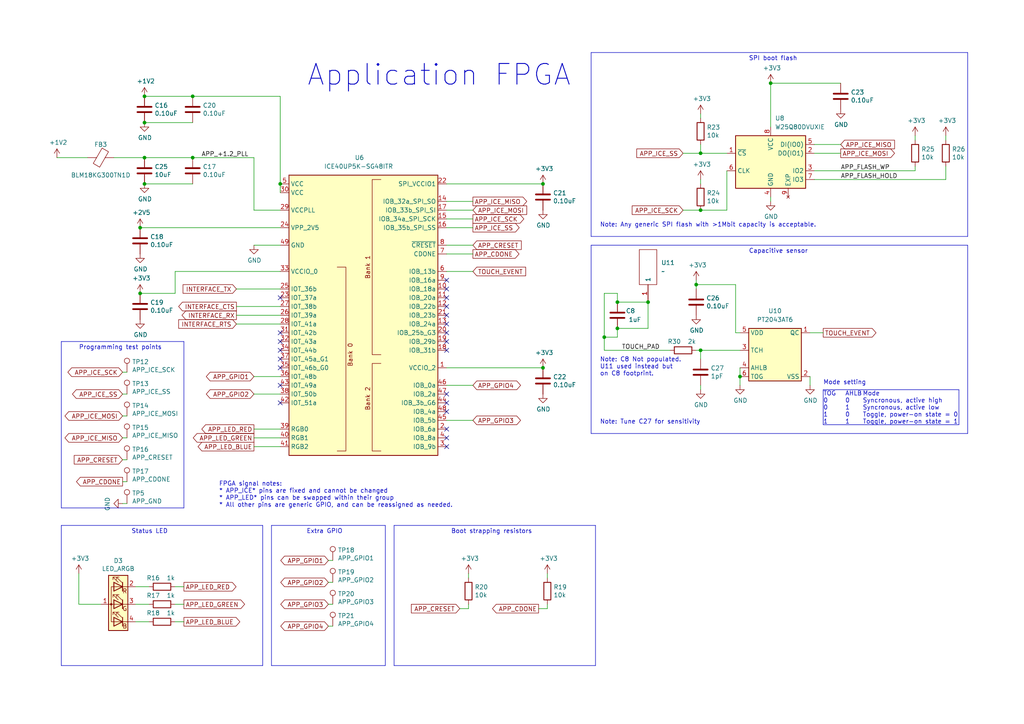
<source format=kicad_sch>
(kicad_sch (version 20230121) (generator eeschema)
  (paper "A4")
  (title_block (title "TK-1") (date "2021-11-14") (rev "V1") (company "Tillitis AB") (comment 1 "2022"))
  (lib_symbols
    (symbol "Connector:TestPoint" (pin_numbers hide) (pin_names (offset 0.762) hide)
      (property "Reference" "TP" (at 0 6.858 0))
      (property "Value" "TestPoint" (at 0 5.08 0))
      (symbol "TestPoint_0_1"
        (circle (center 0 3.302) (radius 0.762))
      )
      (symbol "TestPoint_1_1"
        (pin passive line (at 0 0 90) (length 2.54) (name "1") (number "1"))
      )
    )
    (symbol "Device:C" (pin_numbers hide) (pin_names (offset 0.254))
      (property "Reference" "C" (at 0.635 2.54 0))
      (property "Value" "C" (at 0.635 -2.54 0))
      (symbol "C_0_1"
        (polyline (pts (xy -2.032 -0.762) (xy 2.032 -0.762)) (stroke (width 0.508)))
        (polyline (pts (xy -2.032 0.762) (xy 2.032 0.762)) (stroke (width 0.508)))
      )
      (symbol "C_1_1"
        (pin passive line (at 0 3.81 270) (length 2.794) (name "~") (number "1"))
        (pin passive line (at 0 -3.81 90) (length 2.794) (name "~") (number "2"))
      )
    )
    (symbol "Device:R" (pin_numbers hide) (pin_names (offset 0))
      (property "Reference" "R" (at 2.032 0 90))
      (property "Value" "R" (at 0 0 90))
      (symbol "R_0_1"
        (rectangle (start -1.016 -2.54) (end 1.016 2.54) (stroke (width 0.254)))
      )
      (symbol "R_1_1"
        (pin passive line (at 0 3.81 270) (length 1.27) (name "~") (number "1"))
        (pin passive line (at 0 -3.81 90) (length 1.27) (name "~") (number "2"))
      )
    )
    (symbol "mta1:1674954-1" (pin_names (offset 0.762))
      (property "Reference" "U" (at 16.51 7.62 0))
      (property "Value" "1674954-1" (at 16.51 5.08 0))
      (symbol "1674954-1_0_0"
        (pin passive line (at 0 0 0) (length 5.08) (name "1") (number "1"))
      )
      (symbol "1674954-1_0_1"
        (polyline (pts (xy 5.08 2.54) (xy 15.24 2.54) (xy 15.24 -2.54) (xy 5.08 -2.54) (xy 5.08 2.54)) (stroke (width 0.1524)))
      )
    )
    (symbol "mta1:FC-B1010RGBT-HG" (pin_names (offset 0) hide)
      (property "Reference" "D" (at 0 9.398 0))
      (property "Value" "FC-B1010RGBT-HG" (at 0 -8.89 0))
      (symbol "FC-B1010RGBT-HG_0_0"
        (text "B" (at -1.905 -6.35 0) (effects (font (size 1.27 1.27))))
        (text "G" (at -1.905 -1.27 0) (effects (font (size 1.27 1.27))))
        (text "R" (at -1.905 3.81 0) (effects (font (size 1.27 1.27))))
      )
      (symbol "FC-B1010RGBT-HG_0_1"
        (polyline (pts (xy -1.27 -5.08) (xy -2.54 -5.08)))
        (polyline (pts (xy -1.27 -5.08) (xy 1.27 -5.08)))
        (polyline (pts (xy -1.27 -3.81) (xy -1.27 -6.35)) (stroke (width 0.254)))
        (polyline (pts (xy -1.27 0) (xy -2.54 0)))
        (polyline (pts (xy -1.27 1.27) (xy -1.27 -1.27)) (stroke (width 0.254)))
        (polyline (pts (xy -1.27 5.08) (xy -2.54 5.08)))
        (polyline (pts (xy -1.27 5.08) (xy 1.27 5.08)))
        (polyline (pts (xy -1.27 6.35) (xy -1.27 3.81)) (stroke (width 0.254)))
        (polyline (pts (xy 1.27 0) (xy -1.27 0)))
        (polyline (pts (xy 1.27 0) (xy 2.54 0)))
        (polyline (pts (xy -1.27 1.27) (xy -1.27 -1.27) (xy -1.27 -1.27)))
        (polyline (pts (xy -1.27 6.35) (xy -1.27 3.81) (xy -1.27 3.81)))
        (polyline (pts (xy 1.27 -5.08) (xy 2.032 -5.08) (xy 2.032 5.08) (xy 1.27 5.08)))
        (polyline (pts (xy 1.27 -3.81) (xy 1.27 -6.35) (xy -1.27 -5.08) (xy 1.27 -3.81)) (stroke (width 0.254)))
        (polyline (pts (xy 1.27 1.27) (xy 1.27 -1.27) (xy -1.27 0) (xy 1.27 1.27)) (stroke (width 0.254)))
        (polyline (pts (xy 1.27 6.35) (xy 1.27 3.81) (xy -1.27 5.08) (xy 1.27 6.35)) (stroke (width 0.254)))
        (polyline (pts (xy -1.016 -3.81) (xy 0.508 -2.286) (xy -0.254 -2.286) (xy 0.508 -2.286) (xy 0.508 -3.048)))
        (polyline (pts (xy -1.016 1.27) (xy 0.508 2.794) (xy -0.254 2.794) (xy 0.508 2.794) (xy 0.508 2.032)))
        (polyline (pts (xy -1.016 6.35) (xy 0.508 7.874) (xy -0.254 7.874) (xy 0.508 7.874) (xy 0.508 7.112)))
        (polyline (pts (xy 0 -3.81) (xy 1.524 -2.286) (xy 0.762 -2.286) (xy 1.524 -2.286) (xy 1.524 -3.048)))
        (polyline (pts (xy 0 1.27) (xy 1.524 2.794) (xy 0.762 2.794) (xy 1.524 2.794) (xy 1.524 2.032)))
        (polyline (pts (xy 0 6.35) (xy 1.524 7.874) (xy 0.762 7.874) (xy 1.524 7.874) (xy 1.524 7.112)))
        (rectangle (start 1.27 -1.27) (end 1.27 1.27))
        (rectangle (start 1.27 1.27) (end 1.27 1.27))
        (rectangle (start 1.27 3.81) (end 1.27 6.35))
        (rectangle (start 1.27 6.35) (end 1.27 6.35))
        (circle (center 2.032 0) (radius 0.254) (fill (type outline)))
        (rectangle (start 2.794 8.382) (end -2.794 -7.62) (stroke (width 0.254)) (fill (type background)))
      )
      (symbol "FC-B1010RGBT-HG_1_1"
        (pin passive line (at 5.08 0 180) (length 2.54) (name "A") (number "1"))
        (pin passive line (at -5.08 5.08 0) (length 2.54) (name "RK") (number "2"))
        (pin passive line (at -5.08 0 0) (length 2.54) (name "GK") (number "3"))
        (pin passive line (at -5.08 -5.08 0) (length 2.54) (name "BK") (number "4"))
      )
    )
    (symbol "mta1:Ferrite_Bead-Device" (pin_numbers hide) (pin_names (offset 0))
      (property "Reference" "FB" (at -3.81 0.635 90))
      (property "Value" "Ferrite_Bead-Device" (at 3.81 0 90))
      (symbol "Ferrite_Bead-Device_0_1"
        (polyline (pts (xy 0 -1.27) (xy 0 -1.2192)))
        (polyline (pts (xy 0 1.27) (xy 0 1.2954)))
        (polyline (pts (xy -2.7686 0.4064) (xy -1.7018 2.2606) (xy 2.7686 -0.3048) (xy 1.6764 -2.159) (xy -2.7686 0.4064)))
      )
      (symbol "Ferrite_Bead-Device_1_1"
        (pin passive line (at 0 3.81 270) (length 2.54) (name "~") (number "1"))
        (pin passive line (at 0 -3.81 90) (length 2.54) (name "~") (number "2"))
      )
    )
    (symbol "mta1:ICE40UP5K-SG48ITR"
      (property "Reference" "U" (at -24.13 -44.45 0))
      (property "Value" "ICE40UP5K-SG48ITR" (at -15.24 -46.99 0))
      (symbol "ICE40UP5K-SG48ITR_0_0"
        (polyline (pts (xy -6.35 13.97) (xy -3.81 13.97) (xy -3.81 -39.37) (xy -6.35 -39.37)))
        (polyline (pts (xy 6.35 -39.37) (xy 3.81 -39.37) (xy 3.81 -13.97) (xy 6.35 -13.97)))
        (polyline (pts (xy 6.35 -11.43) (xy 3.81 -11.43) (xy 3.81 39.37) (xy 6.35 39.37)))
        (text "Bank 0" (at -2.54 -11.43 900) (effects (font (size 1.27 1.27))))
        (text "Bank 1" (at 2.54 13.97 900) (effects (font (size 1.27 1.27))))
        (text "Bank 2" (at 2.54 -24.13 900) (effects (font (size 1.27 1.27))))
      )
      (symbol "ICE40UP5K-SG48ITR_1_1"
        (rectangle (start -20.32 40.64) (end 22.86 -40.64) (stroke (width 0.254)) (fill (type background)))
        (pin power_in line (at 25.4 -15.24 180) (length 2.54) (name "VCCIO_2") (number "1"))
        (pin bidirectional line (at 25.4 7.62 180) (length 2.54) (name "IOB_18a") (number "10"))
        (pin bidirectional line (at 25.4 5.08 180) (length 2.54) (name "IOB_20a") (number "11"))
        (pin bidirectional line (at 25.4 2.54 180) (length 2.54) (name "IOB_22b") (number "12"))
        (pin bidirectional line (at 25.4 -2.54 180) (length 2.54) (name "IOB_24a") (number "13"))
        (pin bidirectional line (at 25.4 33.02 180) (length 2.54) (name "IOB_32a_SPI_SO") (number "14"))
        (pin bidirectional line (at 25.4 27.94 180) (length 2.54) (name "IOB_34a_SPI_SCK") (number "15"))
        (pin bidirectional line (at 25.4 25.4 180) (length 2.54) (name "IOB_35b_SPI_SS") (number "16"))
        (pin bidirectional line (at 25.4 30.48 180) (length 2.54) (name "IOB_33b_SPI_SI") (number "17"))
        (pin bidirectional line (at 25.4 -10.16 180) (length 2.54) (name "IOB_31b") (number "18"))
        (pin bidirectional line (at 25.4 -7.62 180) (length 2.54) (name "IOB_29b") (number "19"))
        (pin bidirectional line (at 25.4 -33.02 180) (length 2.54) (name "IOB_6a") (number "2"))
        (pin bidirectional line (at 25.4 -5.08 180) (length 2.54) (name "IOB_25b_G3") (number "20"))
        (pin bidirectional line (at 25.4 0 180) (length 2.54) (name "IOB_23b") (number "21"))
        (pin power_in line (at 25.4 38.1 180) (length 2.54) (name "SPI_VCCIO1") (number "22"))
        (pin bidirectional line (at -22.86 5.08 0) (length 2.54) (name "IOT_37a") (number "23"))
        (pin power_in line (at -22.86 25.4 0) (length 2.54) (name "VPP_2V5") (number "24"))
        (pin bidirectional line (at -22.86 7.62 0) (length 2.54) (name "IOT_36b") (number "25"))
        (pin bidirectional line (at -22.86 0 0) (length 2.54) (name "IOT_39a") (number "26"))
        (pin bidirectional line (at -22.86 2.54 0) (length 2.54) (name "IOT_38b") (number "27"))
        (pin bidirectional line (at -22.86 -2.54 0) (length 2.54) (name "IOT_41a") (number "28"))
        (pin power_in line (at -22.86 30.48 0) (length 2.54) (name "VCCPLL") (number "29"))
        (pin bidirectional line (at 25.4 -38.1 180) (length 2.54) (name "IOB_9b") (number "3"))
        (pin power_in line (at -22.86 35.56 0) (length 2.54) (name "VCC") (number "30"))
        (pin bidirectional line (at -22.86 -5.08 0) (length 2.54) (name "IOT_42b") (number "31"))
        (pin bidirectional line (at -22.86 -7.62 0) (length 2.54) (name "IOT_43a") (number "32"))
        (pin power_in line (at -22.86 12.7 0) (length 2.54) (name "VCCIO_0") (number "33"))
        (pin bidirectional line (at -22.86 -10.16 0) (length 2.54) (name "IOT_44b") (number "34"))
        (pin bidirectional line (at -22.86 -15.24 0) (length 2.54) (name "IOT_46b_G0") (number "35"))
        (pin bidirectional line (at -22.86 -17.78 0) (length 2.54) (name "IOT_48b") (number "36"))
        (pin bidirectional line (at -22.86 -12.7 0) (length 2.54) (name "IOT_45a_G1") (number "37"))
        (pin bidirectional line (at -22.86 -22.86 0) (length 2.54) (name "IOT_50b") (number "38"))
        (pin open_collector line (at -22.86 -33.02 0) (length 2.54) (name "RGB0") (number "39"))
        (pin bidirectional line (at 25.4 -35.56 180) (length 2.54) (name "IOB_8a") (number "4"))
        (pin open_collector line (at -22.86 -35.56 0) (length 2.54) (name "RGB1") (number "40"))
        (pin open_collector line (at -22.86 -38.1 0) (length 2.54) (name "RGB2") (number "41"))
        (pin bidirectional line (at -22.86 -25.4 0) (length 2.54) (name "IOT_51a") (number "42"))
        (pin bidirectional line (at -22.86 -20.32 0) (length 2.54) (name "IOT_49a") (number "43"))
        (pin bidirectional line (at 25.4 -25.4 180) (length 2.54) (name "IOB_3b_G6") (number "44"))
        (pin bidirectional line (at 25.4 -30.48 180) (length 2.54) (name "IOB_5b") (number "45"))
        (pin bidirectional line (at 25.4 -20.32 180) (length 2.54) (name "IOB_0a") (number "46"))
        (pin bidirectional line (at 25.4 -22.86 180) (length 2.54) (name "IOB_2a") (number "47"))
        (pin bidirectional line (at 25.4 -27.94 180) (length 2.54) (name "IOB_4a") (number "48"))
        (pin power_in line (at -22.86 20.32 0) (length 2.54) (name "GND") (number "49"))
        (pin power_in line (at -22.86 38.1 0) (length 2.54) (name "VCC") (number "5"))
        (pin bidirectional line (at 25.4 12.7 180) (length 2.54) (name "IOB_13b") (number "6"))
        (pin open_collector line (at 25.4 17.78 180) (length 2.54) (name "CDONE") (number "7"))
        (pin input line (at 25.4 20.32 180) (length 2.54) (name "~{CRESET}") (number "8"))
        (pin bidirectional line (at 25.4 10.16 180) (length 2.54) (name "IOB_16a") (number "9"))
      )
    )
    (symbol "mta1:PT2043AT6"
      (property "Reference" "U" (at -6.35 8.89 0))
      (property "Value" "PT2043AT6" (at -2.54 -8.89 0))
      (symbol "PT2043AT6_1_1"
        (rectangle (start -7.62 7.62) (end 7.62 -7.62) (stroke (width 0.254)) (fill (type background)))
        (pin output line (at 10.16 6.35 180) (length 2.54) (name "QC") (number "1"))
        (pin power_in line (at 10.16 -6.35 180) (length 2.54) (name "VSS") (number "2"))
        (pin input line (at -10.16 1.27 0) (length 2.54) (name "TCH") (number "3"))
        (pin input line (at -10.16 -3.81 0) (length 2.54) (name "AHLB") (number "4"))
        (pin power_in line (at -10.16 6.35 0) (length 2.54) (name "VDD") (number "5"))
        (pin input line (at -10.16 -6.35 0) (length 2.54) (name "TOG") (number "6"))
      )
    )
    (symbol "mta1:W25Q80DVUXIE"
      (property "Reference" "U" (at -8.89 8.89 0))
      (property "Value" "W25Q80DVUXIE" (at 7.62 8.89 0))
      (symbol "W25Q80DVUXIE_0_1"
        (rectangle (start -10.16 7.62) (end 10.16 -7.62) (stroke (width 0.254)) (fill (type background)))
      )
      (symbol "W25Q80DVUXIE_1_1"
        (pin input line (at -12.7 2.54 0) (length 2.54) (name "~{CS}") (number "1"))
        (pin bidirectional line (at 12.7 2.54 180) (length 2.54) (name "DO(IO1)") (number "2"))
        (pin bidirectional line (at 12.7 -2.54 180) (length 2.54) (name "IO2") (number "3"))
        (pin power_in line (at 0 -10.16 90) (length 2.54) (name "GND") (number "4"))
        (pin bidirectional line (at 12.7 5.08 180) (length 2.54) (name "DI(IO0)") (number "5"))
        (pin input line (at -12.7 -2.54 0) (length 2.54) (name "CLK") (number "6"))
        (pin bidirectional line (at 12.7 -5.08 180) (length 2.54) (name "IO3") (number "7"))
        (pin power_in line (at 0 10.16 270) (length 2.54) (name "VCC") (number "8"))
        (pin no_connect line (at 5.08 -10.16 90) (length 2.54) (name "EXP") (number "9"))
      )
    )
    (symbol "power:+1V2" (power) (pin_names (offset 0))
      (property "Value" "+1V2" (at 0 3.556 0))
      (symbol "+1V2_0_1"
        (polyline (pts (xy -0.762 1.27) (xy 0 2.54)))
        (polyline (pts (xy 0 0) (xy 0 2.54)))
        (polyline (pts (xy 0 2.54) (xy 0.762 1.27)))
      )
      (symbol "+1V2_1_1"
        (pin power_in line (at 0 0 90) (length 0) hide (name "+1V2") (number "1"))
      )
    )
    (symbol "power:+2V5" (power) (pin_names (offset 0))
      (property "Value" "+2V5" (at 0 3.556 0))
      (symbol "+2V5_0_1"
        (polyline (pts (xy -0.762 1.27) (xy 0 2.54)))
        (polyline (pts (xy 0 0) (xy 0 2.54)))
        (polyline (pts (xy 0 2.54) (xy 0.762 1.27)))
      )
      (symbol "+2V5_1_1"
        (pin power_in line (at 0 0 90) (length 0) hide (name "+2V5") (number "1"))
      )
    )
    (symbol "power:+3.3V" (power) (pin_names (offset 0))
      (property "Value" "+3.3V" (at 0 3.556 0))
      (symbol "+3.3V_0_1"
        (polyline (pts (xy -0.762 1.27) (xy 0 2.54)))
        (polyline (pts (xy 0 0) (xy 0 2.54)))
        (polyline (pts (xy 0 2.54) (xy 0.762 1.27)))
      )
      (symbol "+3.3V_1_1"
        (pin power_in line (at 0 0 90) (length 0) hide (name "+3V3") (number "1"))
      )
    )
    (symbol "power:GND" (power) (pin_names (offset 0))
      (property "Value" "GND" (at 0 -3.81 0))
      (symbol "GND_0_1"
        (polyline (pts (xy 0 0) (xy 0 -1.27) (xy 1.27 -1.27) (xy 0 -2.54) (xy -1.27 -1.27) (xy 0 -1.27)))
      )
      (symbol "GND_1_1"
        (pin power_in line (at 0 0 270) (length 0) hide (name "GND") (number "1"))
      )
    )
  )
  (junction (at 179.07 95.25))
  (junction (at 201.93 82.55))
  (junction (at 187.96 87.63))
  (junction (at 223.52 24.13))
  (junction (at 214.63 109.22))
  (junction (at 203.2 60.96))
  (junction (at 40.64 85.09))
  (junction (at 41.91 27.94))
  (junction (at 81.28 53.34))
  (junction (at 55.88 27.94))
  (junction (at 203.2 101.6))
  (junction (at 41.91 35.56))
  (junction (at 41.91 53.34))
  (junction (at 41.91 45.72))
  (junction (at 175.26 97.79))
  (junction (at 40.64 66.04))
  (junction (at 157.48 106.68))
  (junction (at 179.07 87.63))
  (junction (at 55.88 45.72))
  (junction (at 203.2 44.45))
  (junction (at 157.48 53.34))
  (no_connect (at 129.54 86.36))
  (no_connect (at 129.54 127))
  (no_connect (at 129.54 124.46))
  (no_connect (at 129.54 119.38))
  (no_connect (at 81.28 104.14))
  (no_connect (at 129.54 129.54))
  (no_connect (at 129.54 93.98))
  (no_connect (at 81.28 86.36))
  (no_connect (at 81.28 99.06))
  (no_connect (at 81.28 106.68))
  (no_connect (at 81.28 101.6))
  (no_connect (at 81.28 116.84))
  (no_connect (at 81.28 111.76))
  (no_connect (at 129.54 116.84))
  (no_connect (at 129.54 83.82))
  (no_connect (at 129.54 81.28))
  (no_connect (at 129.54 101.6))
  (no_connect (at 129.54 91.44))
  (no_connect (at 129.54 96.52))
  (no_connect (at 129.54 99.06))
  (no_connect (at 81.28 96.52))
  (no_connect (at 129.54 114.3))
  (no_connect (at 129.54 88.9))
  (wire (pts (xy 50.8 78.74) (xy 50.8 85.09)))
  (wire (pts (xy 73.66 45.72) (xy 73.66 60.96)))
  (polyline (pts (xy 17.78 99.06) (xy 53.34 99.06)))
  (wire (pts (xy 210.82 44.45) (xy 203.2 44.45)))
  (wire (pts (xy 39.37 175.26) (xy 43.18 175.26)))
  (wire (pts (xy 223.52 36.83) (xy 223.52 24.13)))
  (wire (pts (xy 213.36 96.52) (xy 214.63 96.52)))
  (wire (pts (xy 55.88 53.34) (xy 41.91 53.34)))
  (wire (pts (xy 68.58 83.82) (xy 81.28 83.82)))
  (wire (pts (xy 203.2 41.91) (xy 203.2 44.45)))
  (wire (pts (xy 214.63 106.68) (xy 214.63 109.22)))
  (polyline (pts (xy 280.67 125.73) (xy 280.67 71.12)))
  (wire (pts (xy 203.2 111.76) (xy 203.2 113.03)))
  (polyline (pts (xy 238.76 113.03) (xy 238.76 123.19)) (stroke (width 0) (type solid)))
  (wire (pts (xy 137.16 78.74) (xy 129.54 78.74)))
  (wire (pts (xy 175.26 97.79) (xy 179.07 97.79)))
  (wire (pts (xy 81.28 27.94) (xy 55.88 27.94)))
  (wire (pts (xy 213.36 82.55) (xy 213.36 96.52)))
  (wire (pts (xy 95.25 168.91) (xy 96.52 168.91)))
  (wire (pts (xy 223.52 58.42) (xy 223.52 57.15)))
  (wire (pts (xy 81.28 109.22) (xy 73.66 109.22)))
  (wire (pts (xy 201.93 82.55) (xy 213.36 82.55)))
  (wire (pts (xy 55.88 45.72) (xy 41.91 45.72)))
  (wire (pts (xy 274.32 48.26) (xy 274.32 52.07)))
  (wire (pts (xy 214.63 109.22) (xy 214.63 111.76)))
  (wire (pts (xy 81.28 27.94) (xy 81.28 53.34)))
  (wire (pts (xy 198.12 44.45) (xy 203.2 44.45)))
  (wire (pts (xy 179.07 87.63) (xy 187.96 87.63)))
  (wire (pts (xy 68.58 91.44) (xy 81.28 91.44)))
  (polyline (pts (xy 76.2 152.4) (xy 17.78 152.4)))
  (wire (pts (xy 133.35 176.53) (xy 135.89 176.53)))
  (wire (pts (xy 55.88 35.56) (xy 41.91 35.56)))
  (polyline (pts (xy 17.78 99.06) (xy 17.78 147.32)))
  (polyline (pts (xy 171.45 125.73) (xy 280.67 125.73)))
  (wire (pts (xy 35.56 107.95) (xy 36.83 107.95)))
  (wire (pts (xy 203.2 60.96) (xy 198.12 60.96)))
  (wire (pts (xy 137.16 58.42) (xy 129.54 58.42)))
  (wire (pts (xy 243.84 41.91) (xy 236.22 41.91)))
  (wire (pts (xy 73.66 124.46) (xy 81.28 124.46)))
  (wire (pts (xy 175.26 85.09) (xy 175.26 97.79)))
  (polyline (pts (xy 76.2 193.04) (xy 76.2 152.4)))
  (wire (pts (xy 203.2 33.02) (xy 203.2 34.29)))
  (wire (pts (xy 158.75 166.37) (xy 158.75 167.64)))
  (wire (pts (xy 203.2 52.07) (xy 203.2 53.34)))
  (polyline (pts (xy 17.78 193.04) (xy 76.2 193.04)))
  (wire (pts (xy 129.54 60.96) (xy 137.16 60.96)))
  (wire (pts (xy 156.21 176.53) (xy 158.75 176.53)))
  (wire (pts (xy 55.88 45.72) (xy 73.66 45.72)))
  (wire (pts (xy 201.93 82.55) (xy 201.93 83.82)))
  (polyline (pts (xy 114.3 152.4) (xy 114.3 193.04)))
  (polyline (pts (xy 171.45 71.12) (xy 171.45 125.73)))
  (wire (pts (xy 135.89 175.26) (xy 135.89 176.53)))
  (wire (pts (xy 265.43 39.37) (xy 265.43 40.64)))
  (wire (pts (xy 81.28 114.3) (xy 73.66 114.3)))
  (wire (pts (xy 35.56 127) (xy 36.83 127)))
  (wire (pts (xy 39.37 170.18) (xy 43.18 170.18)))
  (wire (pts (xy 68.58 88.9) (xy 81.28 88.9)))
  (wire (pts (xy 179.07 97.79) (xy 179.07 95.25)))
  (wire (pts (xy 35.56 120.65) (xy 36.83 120.65)))
  (wire (pts (xy 50.8 175.26) (xy 53.34 175.26)))
  (wire (pts (xy 265.43 49.53) (xy 236.22 49.53)))
  (polyline (pts (xy 114.3 193.04) (xy 172.72 193.04)))
  (wire (pts (xy 40.64 66.04) (xy 81.28 66.04)))
  (wire (pts (xy 137.16 111.76) (xy 129.54 111.76)))
  (wire (pts (xy 265.43 48.26) (xy 265.43 49.53)))
  (wire (pts (xy 137.16 73.66) (xy 129.54 73.66)))
  (wire (pts (xy 179.07 85.09) (xy 179.07 87.63)))
  (polyline (pts (xy 280.67 68.58) (xy 280.67 15.24)))
  (wire (pts (xy 55.88 27.94) (xy 41.91 27.94)))
  (wire (pts (xy 129.54 66.04) (xy 137.16 66.04)))
  (polyline (pts (xy 238.76 113.03) (xy 278.13 113.03)) (stroke (width 0) (type solid)))
  (wire (pts (xy 210.82 60.96) (xy 210.82 49.53)))
  (wire (pts (xy 137.16 63.5) (xy 129.54 63.5)))
  (wire (pts (xy 137.16 71.12) (xy 129.54 71.12)))
  (wire (pts (xy 203.2 101.6) (xy 203.2 104.14)))
  (wire (pts (xy 50.8 180.34) (xy 53.34 180.34)))
  (wire (pts (xy 234.95 111.76) (xy 234.95 109.22)))
  (wire (pts (xy 243.84 24.13) (xy 223.52 24.13)))
  (wire (pts (xy 158.75 175.26) (xy 158.75 176.53)))
  (wire (pts (xy 157.48 53.34) (xy 129.54 53.34)))
  (wire (pts (xy 179.07 95.25) (xy 187.96 95.25)))
  (wire (pts (xy 236.22 44.45) (xy 243.84 44.45)))
  (polyline (pts (xy 171.45 15.24) (xy 171.45 68.58)))
  (polyline (pts (xy 53.34 99.06) (xy 53.34 147.32)))
  (wire (pts (xy 95.25 181.61) (xy 96.52 181.61)))
  (wire (pts (xy 274.32 39.37) (xy 274.32 40.64)))
  (wire (pts (xy 210.82 60.96) (xy 203.2 60.96)))
  (wire (pts (xy 68.58 93.98) (xy 81.28 93.98)))
  (wire (pts (xy 33.02 45.72) (xy 41.91 45.72)))
  (wire (pts (xy 35.56 114.3) (xy 36.83 114.3)))
  (wire (pts (xy 22.86 175.26) (xy 22.86 166.37)))
  (wire (pts (xy 135.89 166.37) (xy 135.89 167.64)))
  (polyline (pts (xy 278.13 123.19) (xy 238.76 123.19)) (stroke (width 0) (type solid)))
  (wire (pts (xy 39.37 180.34) (xy 43.18 180.34)))
  (wire (pts (xy 73.66 127) (xy 81.28 127)))
  (polyline (pts (xy 78.74 193.04) (xy 111.76 193.04)))
  (wire (pts (xy 29.21 175.26) (xy 22.86 175.26)))
  (polyline (pts (xy 78.74 152.4) (xy 78.74 193.04)))
  (polyline (pts (xy 111.76 152.4) (xy 78.74 152.4)))
  (wire (pts (xy 95.25 175.26) (xy 96.52 175.26)))
  (wire (pts (xy 201.93 81.28) (xy 201.93 82.55)))
  (polyline (pts (xy 171.45 68.58) (xy 280.67 68.58)))
  (wire (pts (xy 73.66 71.12) (xy 81.28 71.12)))
  (wire (pts (xy 81.28 53.34) (xy 81.28 55.88)))
  (wire (pts (xy 234.95 96.52) (xy 238.76 96.52)))
  (polyline (pts (xy 280.67 71.12) (xy 171.45 71.12)))
  (polyline (pts (xy 17.78 152.4) (xy 17.78 193.04)))
  (polyline (pts (xy 17.78 147.32) (xy 53.34 147.32)))
  (wire (pts (xy 236.22 52.07) (xy 274.32 52.07)))
  (wire (pts (xy 95.25 162.56) (xy 96.52 162.56)))
  (polyline (pts (xy 111.76 193.04) (xy 111.76 152.4)))
  (wire (pts (xy 129.54 121.92) (xy 137.16 121.92)))
  (wire (pts (xy 157.48 106.68) (xy 129.54 106.68)))
  (wire (pts (xy 203.2 101.6) (xy 214.63 101.6)))
  (wire (pts (xy 40.64 85.09) (xy 50.8 85.09)))
  (polyline (pts (xy 278.13 113.03) (xy 278.13 123.19)) (stroke (width 0) (type solid)))
  (polyline (pts (xy 172.72 193.04) (xy 172.72 152.4)))
  (wire (pts (xy 50.8 170.18) (xy 53.34 170.18)))
  (wire (pts (xy 175.26 101.6) (xy 194.31 101.6)))
  (wire (pts (xy 201.93 101.6) (xy 203.2 101.6)))
  (wire (pts (xy 81.28 60.96) (xy 73.66 60.96)))
  (wire (pts (xy 73.66 129.54) (xy 81.28 129.54)))
  (wire (pts (xy 187.96 95.25) (xy 187.96 87.63)))
  (wire (pts (xy 175.26 97.79) (xy 175.26 101.6)))
  (wire (pts (xy 50.8 78.74) (xy 81.28 78.74)))
  (wire (pts (xy 35.56 133.35) (xy 36.83 133.35)))
  (polyline (pts (xy 280.67 15.24) (xy 171.45 15.24)))
  (wire (pts (xy 179.07 85.09) (xy 175.26 85.09)))
  (wire (pts (xy 35.56 146.05) (xy 36.83 146.05)))
  (polyline (pts (xy 172.72 152.4) (xy 114.3 152.4)))
  (wire (pts (xy 16.51 45.72) (xy 25.4 45.72)))
  (wire (pts (xy 35.56 139.7) (xy 36.83 139.7)))
  (text "Application FPGA" (at 88.9 25.4 0) (effects (font (size 6 6) (thickness 0.254) bold) (justify left bottom)))
  (text "Mode\nSyncronous, active high\nSyncronous, active low\nToggle, power-on state = 0\nToggle, power-on state = 1" (at 250.19 123.19 0) (effects (font (size 1.27 1.27)) (justify left bottom)))
  (text "Capacitive sensor" (at 217.17 73.66 0) (effects (font (size 1.27 1.27)) (justify left bottom)))
  (text "SPI boot flash" (at 217.17 17.78 0) (effects (font (size 1.27 1.27)) (justify left bottom)))
  (text "FPGA signal notes:\n* APP_ICE* pins are fixed and cannot be changed\n* APP_LED* pins can be swapped within their group\n* All other pins are generic GPIO, and can be reassigned as needed." (at 63.5 147.32 0) (effects (font (size 1.27 1.27)) (justify left bottom)))
  (text "Boot strapping resistors" (at 130.81 154.94 0) (effects (font (size 1.27 1.27)) (justify left bottom)))
  (text "AHLB\n0\n1\n0\n1" (at 245.11 123.19 0) (effects (font (size 1.27 1.27)) (justify left bottom)))
  (text "Status LED" (at 38.1 154.94 0) (effects (font (size 1.27 1.27)) (justify left bottom)))
  (text "Note: Tune C27 for sensitivity" (at 173.99 123.19 0) (effects (font (size 1.27 1.27)) (justify left bottom)))
  (text "Programming test points" (at 22.86 101.6 0) (effects (font (size 1.27 1.27)) (justify left bottom)))
  (text "Note: C8 Not populated. \nU11 used instead but \non C8 footprint." (at 173.99 109.22 0) (effects (font (size 1.27 1.27)) (justify left bottom)))
  (text "Mode setting" (at 238.76 111.76 0) (effects (font (size 1.27 1.27)) (justify left bottom)))
  (text "Note: Any generic SPI flash with >1Mbit capacity is acceptable." (at 173.99 66.04 0) (effects (font (size 1.27 1.27)) (justify left bottom)))
  (text "Extra GPIO" (at 88.9 154.94 0) (effects (font (size 1.27 1.27)) (justify left bottom)))
  (text "TOG\n0\n0\n1\n1" (at 238.76 123.19 0) (effects (font (size 1.27 1.27)) (justify left bottom)))
  (label "APP_FLASH_WP" (at 243.84 49.53 0))
  (label "APP_+1.2_PLL" (at 58.42 45.72 0))
  (label "TOUCH_PAD" (at 180.34 101.6 0))
  (label "APP_FLASH_HOLD" (at 243.84 52.07 0))
  (global_label "APP_ICE_SCK" (shape input) (at 198.12 60.96 180) (property "Intersheetrefs" "${INTERSHEET_REFS}" (effects hide)))
  (global_label "APP_ICE_MOSI" (shape output) (at 243.84 44.45 0) (property "Intersheetrefs" "${INTERSHEET_REFS}" (effects hide)))
  (global_label "APP_LED_RED" (shape output) (at 73.66 124.46 180) (property "Intersheetrefs" "${INTERSHEET_REFS}" (effects hide)))
  (global_label "APP_GPIO1" (shape bidirectional) (at 95.25 162.56 180) (property "Intersheetrefs" "${INTERSHEET_REFS}" (effects hide)))
  (global_label "INTERFACE_RTS" (shape input) (at 68.58 93.98 180) (property "Intersheetrefs" "${INTERSHEET_REFS}" (effects hide)))
  (global_label "APP_GPIO4" (shape bidirectional) (at 95.25 181.61 180) (property "Intersheetrefs" "${INTERSHEET_REFS}" (effects hide)))
  (global_label "APP_CRESET" (shape input) (at 137.16 71.12 0) (property "Intersheetrefs" "${INTERSHEET_REFS}" (effects hide)))
  (global_label "APP_CDONE" (shape output) (at 35.56 139.7 180) (property "Intersheetrefs" "${INTERSHEET_REFS}" (effects hide)))
  (global_label "APP_LED_RED" (shape output) (at 53.34 170.18 0) (property "Intersheetrefs" "${INTERSHEET_REFS}" (effects hide)))
  (global_label "APP_ICE_MISO" (shape bidirectional) (at 35.56 127 180) (property "Intersheetrefs" "${INTERSHEET_REFS}" (effects hide)))
  (global_label "APP_CRESET" (shape input) (at 35.56 133.35 180) (property "Intersheetrefs" "${INTERSHEET_REFS}" (effects hide)))
  (global_label "APP_GPIO2" (shape bidirectional) (at 95.25 168.91 180) (property "Intersheetrefs" "${INTERSHEET_REFS}" (effects hide)))
  (global_label "APP_ICE_SCK" (shape output) (at 137.16 63.5 0) (property "Intersheetrefs" "${INTERSHEET_REFS}" (effects hide)))
  (global_label "APP_GPIO1" (shape bidirectional) (at 73.66 109.22 180) (property "Intersheetrefs" "${INTERSHEET_REFS}" (effects hide)))
  (global_label "APP_GPIO4" (shape bidirectional) (at 137.16 111.76 0) (property "Intersheetrefs" "${INTERSHEET_REFS}" (effects hide)))
  (global_label "TOUCH_EVENT" (shape input) (at 137.16 78.74 0) (property "Intersheetrefs" "${INTERSHEET_REFS}" (effects hide)))
  (global_label "APP_CDONE" (shape output) (at 137.16 73.66 0) (property "Intersheetrefs" "${INTERSHEET_REFS}" (effects hide)))
  (global_label "INTERFACE_TX" (shape input) (at 68.58 83.82 180) (property "Intersheetrefs" "${INTERSHEET_REFS}" (effects hide)))
  (global_label "APP_ICE_SS" (shape input) (at 198.12 44.45 180) (property "Intersheetrefs" "${INTERSHEET_REFS}" (effects hide)))
  (global_label "APP_ICE_MISO" (shape output) (at 137.16 58.42 0) (property "Intersheetrefs" "${INTERSHEET_REFS}" (effects hide)))
  (global_label "APP_LED_GREEN" (shape output) (at 53.34 175.26 0) (property "Intersheetrefs" "${INTERSHEET_REFS}" (effects hide)))
  (global_label "APP_LED_GREEN" (shape output) (at 73.66 127 180) (property "Intersheetrefs" "${INTERSHEET_REFS}" (effects hide)))
  (global_label "APP_GPIO3" (shape bidirectional) (at 95.25 175.26 180) (property "Intersheetrefs" "${INTERSHEET_REFS}" (effects hide)))
  (global_label "APP_CRESET" (shape input) (at 133.35 176.53 180) (property "Intersheetrefs" "${INTERSHEET_REFS}" (effects hide)))
  (global_label "APP_GPIO2" (shape bidirectional) (at 73.66 114.3 180) (property "Intersheetrefs" "${INTERSHEET_REFS}" (effects hide)))
  (global_label "APP_LED_BLUE" (shape output) (at 53.34 180.34 0) (property "Intersheetrefs" "${INTERSHEET_REFS}" (effects hide)))
  (global_label "APP_GPIO3" (shape bidirectional) (at 137.16 121.92 0) (property "Intersheetrefs" "${INTERSHEET_REFS}" (effects hide)))
  (global_label "APP_ICE_SS" (shape output) (at 137.16 66.04 0) (property "Intersheetrefs" "${INTERSHEET_REFS}" (effects hide)))
  (global_label "INTERFACE_CTS" (shape output) (at 68.58 88.9 180) (property "Intersheetrefs" "${INTERSHEET_REFS}" (effects hide)))
  (global_label "APP_ICE_MOSI" (shape bidirectional) (at 35.56 120.65 180) (property "Intersheetrefs" "${INTERSHEET_REFS}" (effects hide)))
  (global_label "APP_ICE_MOSI" (shape input) (at 137.16 60.96 0) (property "Intersheetrefs" "${INTERSHEET_REFS}" (effects hide)))
  (global_label "TOUCH_EVENT" (shape output) (at 238.76 96.52 0) (property "Intersheetrefs" "${INTERSHEET_REFS}" (effects hide)))
  (global_label "INTERFACE_RX" (shape output) (at 68.58 91.44 180) (property "Intersheetrefs" "${INTERSHEET_REFS}" (effects hide)))
  (global_label "APP_LED_BLUE" (shape output) (at 73.66 129.54 180) (property "Intersheetrefs" "${INTERSHEET_REFS}" (effects hide)))
  (global_label "APP_ICE_MISO" (shape input) (at 243.84 41.91 0) (property "Intersheetrefs" "${INTERSHEET_REFS}" (effects hide)))
  (global_label "APP_CDONE" (shape output) (at 156.21 176.53 180) (property "Intersheetrefs" "${INTERSHEET_REFS}" (effects hide)))
  (global_label "APP_ICE_SCK" (shape bidirectional) (at 35.56 107.95 180) (property "Intersheetrefs" "${INTERSHEET_REFS}" (effects hide)))
  (global_label "APP_ICE_SS" (shape bidirectional) (at 35.56 114.3 180) (property "Intersheetrefs" "${INTERSHEET_REFS}" (effects hide)))
  (symbol (lib_id "mta1:ICE40UP5K-SG48ITR") (at 104.14 91.44 0) (unit 1)
    (property "Reference" "U6" (at 102.87 45.72 0) (effects (justify left)))
    (property "Value" "ICE40UP5K-SG48ITR" (at 93.98 48.26 0) (effects (justify left)))
    (property "Footprint" "Package_DFN_QFN:QFN-48-1EP_7x7mm_P0.5mm_EP5.6x5.6mm" (effects hide))
    (property "Datasheet" "http://www.latticesemi.com/Products/FPGAandCPLD/iCE40Ultra" (effects hide))
    (property "Manufacturer" "Lattice" (effects hide))
    (property "Manufacturer Part Number" "ICE40UP5K-SG48ITR" (effects hide))
    (property "Supplier" "Digikey" (effects hide))
    (property "Supplier Part Number" "220-2145-2-ND" (effects hide))
  )
  (symbol (lib_id "Device:R") (at 135.89 171.45 0) (unit 1)
    (property "Reference" "R20" (at 137.668 170.2816 0) (effects (justify left)))
    (property "Value" "10k" (at 137.668 172.593 0) (effects (justify left)))
    (property "Footprint" "mta1:ERJ2G(0402)_L" (effects hide))
    (property "Manufacturer" "Any/not critical" (effects hide))
    (property "Extended Value" "1/16W,5%" (effects hide))
  )
  (symbol (lib_id "Device:R") (at 158.75 171.45 0) (unit 1)
    (property "Reference" "R19" (at 160.528 170.2816 0) (effects (justify left)))
    (property "Value" "10k" (at 160.528 172.593 0) (effects (justify left)))
    (property "Footprint" "mta1:ERJ2G(0402)_L" (effects hide))
    (property "Manufacturer" "Any/not critical" (effects hide))
    (property "Extended Value" "1/16W,5%" (effects hide))
  )
  (symbol (lib_id "power:+3.3V") (at 158.75 166.37 0) (unit 1)
    (property "Reference" "#PWR049" (effects hide))
    (property "Value" "+3.3V" (at 159.131 161.9758 0))
  )
  (symbol (lib_id "power:+2V5") (at 40.64 66.04 0) (unit 1)
    (property "Reference" "#PWR040" (effects hide))
    (property "Value" "+2V5" (at 41.021 61.6458 0))
  )
  (symbol (lib_id "power:+1V2") (at 41.91 27.94 0) (unit 1)
    (property "Reference" "#PWR038" (effects hide))
    (property "Value" "+1V2" (at 42.291 23.5458 0))
  )
  (symbol (lib_id "power:GND") (at 41.91 35.56 0) (unit 1)
    (property "Reference" "#GND022" (effects hide))
    (property "Value" "GND" (at 42.037 39.9542 0))
  )
  (symbol (lib_id "power:GND") (at 41.91 53.34 0) (unit 1)
    (property "Reference" "#GND023" (effects hide))
    (property "Value" "GND" (at 42.037 57.7342 0))
  )
  (symbol (lib_id "Device:C") (at 157.48 57.15 0) (unit 1)
    (property "Reference" "C21" (at 160.401 55.9816 0) (effects (justify left)))
    (property "Value" "0.10uF" (at 160.401 58.293 0) (effects (justify left)))
    (property "Footprint" "mta1:CAPC1005X06L" (effects hide))
    (property "Manufacturer" "Any/not critical" (effects hide))
    (property "Extended Value" "16V,X5R,20%" (effects hide))
  )
  (symbol (lib_id "Device:C") (at 40.64 88.9 0) (unit 1)
    (property "Reference" "C19" (at 43.561 87.7316 0) (effects (justify left)))
    (property "Value" "0.10uF" (at 43.561 90.043 0) (effects (justify left)))
    (property "Footprint" "mta1:CAPC1005X06L" (effects hide))
    (property "Manufacturer" "Any/not critical" (effects hide))
    (property "Extended Value" "16V,X5R,20%" (effects hide))
  )
  (symbol (lib_id "mta1:FC-B1010RGBT-HG") (at 34.29 175.26 0) (mirror y) (unit 1)
    (property "Reference" "D3" (at 34.29 162.6362 0))
    (property "Value" "LED_ARGB" (at 34.29 164.9476 0))
    (property "Footprint" "mta1:0402rgb-1010" (effects hide))
    (property "Manufacturer" "Foshan NationStar" (effects hide))
    (property "Manufacturer Part Number" "FC-B1010RGBT-HG" (effects hide))
    (property "Supplier" "LCSC" (effects hide))
    (property "Supplier Part Number" "C158099" (effects hide))
  )
  (symbol (lib_id "Device:R") (at 46.99 170.18 270) (unit 1)
    (property "Reference" "R16" (at 44.45 167.64 90))
    (property "Value" "1k" (at 49.53 167.64 90))
    (property "Footprint" "mta1:ERJ2G(0402)_L" (effects hide))
    (property "Manufacturer" "Any/not critical" (effects hide))
    (property "Extended Value" "1/16W,5%" (effects hide))
  )
  (symbol (lib_id "power:+3.3V") (at 22.86 166.37 0) (unit 1)
    (property "Reference" "#PWR037" (effects hide))
    (property "Value" "+3.3V" (at 23.241 161.9758 0))
  )
  (symbol (lib_id "power:+3.3V") (at 157.48 53.34 0) (unit 1)
    (property "Reference" "#PWR045" (effects hide))
    (property "Value" "+3.3V" (at 157.861 48.9458 0))
  )
  (symbol (lib_id "power:+3.3V") (at 157.48 106.68 0) (unit 1)
    (property "Reference" "#PWR046" (effects hide))
    (property "Value" "+3.3V" (at 157.861 102.2858 0))
  )
  (symbol (lib_id "power:+3.3V") (at 40.64 85.09 0) (unit 1)
    (property "Reference" "#PWR041" (effects hide))
    (property "Value" "+3.3V" (at 41.021 80.6958 0))
  )
  (symbol (lib_id "power:GND") (at 40.64 92.71 0) (unit 1)
    (property "Reference" "#GND025" (effects hide))
    (property "Value" "GND" (at 40.767 97.1042 0))
  )
  (symbol (lib_id "mta1:Ferrite_Bead-Device") (at 29.21 45.72 270) (unit 1)
    (property "Reference" "FB3" (at 29.21 41.91 90))
    (property "Value" "BLM18KG300TN1D" (at 29.21 50.8 90))
    (property "Footprint" "mta1:Ferritbead_0603_1608Metric" (effects hide))
    (property "Manufacturer" "Murata" (effects hide))
    (property "Manufacturer Part Number" "BLM18KG300TN1D" (effects hide))
    (property "Supplier" "Digikey" (effects hide))
    (property "Supplier Part Number" "490-5447-1-ND" (effects hide))
  )
  (symbol (lib_id "Device:C") (at 41.91 49.53 0) (unit 1)
    (property "Reference" "C25" (at 44.831 48.3616 0) (effects (justify left)))
    (property "Value" "10uF" (at 44.831 50.673 0) (effects (justify left)))
    (property "Footprint" "mta1:CAPC1608X09L" (effects hide))
    (property "Manufacturer" "Any/not critical" (effects hide))
    (property "Extended Value" "10V,X5R,20%" (effects hide))
  )
  (symbol (lib_id "power:+1V2") (at 16.51 45.72 0) (unit 1)
    (property "Reference" "#PWR036" (effects hide))
    (property "Value" "+1V2" (at 16.891 41.3258 0))
  )
  (symbol (lib_id "Device:C") (at 157.48 110.49 0) (unit 1)
    (property "Reference" "C22" (at 160.401 109.3216 0) (effects (justify left)))
    (property "Value" "0.10uF" (at 160.401 111.633 0) (effects (justify left)))
    (property "Footprint" "mta1:CAPC1005X06L" (effects hide))
    (property "Manufacturer" "Any/not critical" (effects hide))
    (property "Extended Value" "16V,X5R,20%" (effects hide))
  )
  (symbol (lib_id "Device:C") (at 41.91 31.75 0) (unit 1)
    (property "Reference" "C16" (at 44.831 30.5816 0) (effects (justify left)))
    (property "Value" "0.10uF" (at 44.831 32.893 0) (effects (justify left)))
    (property "Footprint" "mta1:CAPC1005X06L" (effects hide))
    (property "Manufacturer" "Any/not critical" (effects hide))
    (property "Extended Value" "16V,X5R,20%" (effects hide))
  )
  (symbol (lib_id "Device:C") (at 55.88 49.53 0) (unit 1)
    (property "Reference" "C17" (at 58.801 48.3616 0) (effects (justify left)))
    (property "Value" "0.10uF" (at 58.801 50.673 0) (effects (justify left)))
    (property "Footprint" "mta1:CAPC1005X06L" (effects hide))
    (property "Manufacturer" "Any/not critical" (effects hide))
    (property "Extended Value" "16V,X5R,20%" (effects hide))
  )
  (symbol (lib_id "power:GND") (at 40.64 73.66 0) (unit 1)
    (property "Reference" "#GND024" (effects hide))
    (property "Value" "GND" (at 40.767 78.0542 0))
  )
  (symbol (lib_id "Device:C") (at 40.64 69.85 0) (unit 1)
    (property "Reference" "C18" (at 43.561 68.6816 0) (effects (justify left)))
    (property "Value" "0.10uF" (at 43.561 70.993 0) (effects (justify left)))
    (property "Footprint" "mta1:CAPC1005X06L" (effects hide))
    (property "Manufacturer" "Any/not critical" (effects hide))
    (property "Extended Value" "16V,X5R,20%" (effects hide))
  )
  (symbol (lib_id "Device:C") (at 55.88 31.75 0) (unit 1)
    (property "Reference" "C20" (at 58.801 30.5816 0) (effects (justify left)))
    (property "Value" "0.10uF" (at 58.801 32.893 0) (effects (justify left)))
    (property "Footprint" "mta1:CAPC1005X06L" (effects hide))
    (property "Manufacturer" "Any/not critical" (effects hide))
    (property "Extended Value" "16V,X5R,20%" (effects hide))
  )
  (symbol (lib_id "Device:R") (at 46.99 175.26 270) (unit 1)
    (property "Reference" "R17" (at 44.45 172.72 90))
    (property "Value" "1k" (at 49.53 172.72 90))
    (property "Footprint" "mta1:ERJ2G(0402)_L" (effects hide))
    (property "Manufacturer" "Any/not critical" (effects hide))
    (property "Extended Value" "1/16W,5%" (effects hide))
  )
  (symbol (lib_id "Device:R") (at 46.99 180.34 270) (unit 1)
    (property "Reference" "R18" (at 44.45 177.8 90))
    (property "Value" "1k" (at 49.53 177.8 90))
    (property "Footprint" "mta1:ERJ2G(0402)_L" (effects hide))
    (property "Manufacturer" "Any/not critical" (effects hide))
    (property "Extended Value" "1/16W,5%" (effects hide))
  )
  (symbol (lib_id "power:GND") (at 157.48 114.3 0) (unit 1)
    (property "Reference" "#GND027" (effects hide))
    (property "Value" "GND" (at 157.607 118.6942 0))
  )
  (symbol (lib_id "power:GND") (at 157.48 60.96 0) (unit 1)
    (property "Reference" "#GND026" (effects hide))
    (property "Value" "GND" (at 157.607 65.3542 0))
  )
  (symbol (lib_id "Device:C") (at 179.07 91.44 180) (unit 1) (in_bom no)
    (property "Reference" "C8" (at 182.88 90.17 0))
    (property "Value" "1uF" (at 184.15 92.71 0))
    (property "Footprint" "Capacitor_SMD:C_1206_3216Metric" (effects hide))
    (property "Extended Value" "50V,X7R,10%,1.6mm thickness" (effects hide))
    (property "Manufacturer" "TDK Corporation" (effects hide))
    (property "Manufacturer Part Number" "C3216X7R1H105K160AE" (effects hide))
    (property "Supplier" "Digikey" (effects hide))
    (property "Supplier Part Number" "445-8904-2-ND" (effects hide))
  )
  (symbol (lib_id "Connector:TestPoint") (at 36.83 127 0) (unit 1) (in_bom no)
    (property "Reference" "TP15" (at 38.3032 124.0028 0) (effects (justify left)))
    (property "Value" "APP_ICE_MISO" (at 38.3032 126.3142 0) (effects (justify left)))
    (property "Footprint" "mta1:TestPoint_Pad_D1.0mm" (effects hide))
  )
  (symbol (lib_id "power:+3.3V") (at 274.32 39.37 0) (unit 1)
    (property "Reference" "#PWR028" (effects hide))
    (property "Value" "+3.3V" (at 274.701 34.9758 0))
  )
  (symbol (lib_id "Device:C") (at 243.84 27.94 0) (unit 1)
    (property "Reference" "C23" (at 246.761 26.7716 0) (effects (justify left)))
    (property "Value" "0.10uF" (at 246.761 29.083 0) (effects (justify left)))
    (property "Footprint" "mta1:CAPC1005X06L" (effects hide))
    (property "Manufacturer" "Any/not critical" (effects hide))
    (property "Extended Value" "16V,X5R,20%" (effects hide))
  )
  (symbol (lib_id "Device:R") (at 265.43 44.45 0) (unit 1)
    (property "Reference" "R25" (at 267.208 43.2816 0) (effects (justify left)))
    (property "Value" "10k" (at 267.208 45.593 0) (effects (justify left)))
    (property "Footprint" "mta1:ERJ2G(0402)_L" (effects hide))
    (property "Manufacturer" "Any/not critical" (effects hide))
    (property "Extended Value" "1/16W,5%" (effects hide))
  )
  (symbol (lib_id "power:+3.3V") (at 265.43 39.37 0) (unit 1)
    (property "Reference" "#PWR027" (effects hide))
    (property "Value" "+3.3V" (at 265.811 34.9758 0))
  )
  (symbol (lib_id "mta1:PT2043AT6") (at 224.79 102.87 0) (unit 1)
    (property "Reference" "U10" (at 224.79 90.17 0))
    (property "Value" "PT2043AT6" (at 224.79 92.71 0))
    (property "Footprint" "Package_TO_SOT_SMD:SOT-23-6" (effects hide))
    (property "Manufacturer" "PinTeng" (effects hide))
    (property "Manufacturer Part Number" "PT2043AT6" (effects hide))
    (property "Supplier" "LCSC" (effects hide))
    (property "Supplier Part Number" "C2914233" (effects hide))
  )
  (symbol (lib_id "Connector:TestPoint") (at 36.83 139.7 0) (unit 1) (in_bom no)
    (property "Reference" "TP17" (at 38.3032 136.7028 0) (effects (justify left)))
    (property "Value" "APP_CDONE" (at 38.3032 139.0142 0) (effects (justify left)))
    (property "Footprint" "mta1:TestPoint_Pad_D1.0mm" (effects hide))
  )
  (symbol (lib_id "Device:C") (at 203.2 107.95 0) (unit 1)
    (property "Reference" "C27" (at 206.121 106.7816 0) (effects (justify left)))
    (property "Value" "1pF" (at 206.121 109.093 0) (effects (justify left)))
    (property "Footprint" "mta1:CAPC1005X06L" (effects hide))
    (property "Manufacturer" "Any/not critical" (effects hide))
    (property "Extended Value" "16V,X5R,20%" (effects hide))
  )
  (symbol (lib_id "Connector:TestPoint") (at 36.83 120.65 0) (unit 1) (in_bom no)
    (property "Reference" "TP14" (at 38.3032 117.6528 0) (effects (justify left)))
    (property "Value" "APP_ICE_MOSI" (at 38.3032 119.9642 0) (effects (justify left)))
    (property "Footprint" "mta1:TestPoint_Pad_D1.0mm" (effects hide))
  )
  (symbol (lib_id "power:+3.3V") (at 203.2 33.02 0) (unit 1)
    (property "Reference" "#PWR011" (effects hide))
    (property "Value" "+3.3V" (at 203.581 28.6258 0))
  )
  (symbol (lib_id "power:GND") (at 214.63 111.76 0) (unit 1)
    (property "Reference" "#GND028" (effects hide))
    (property "Value" "GND" (at 214.757 116.1542 0))
  )
  (symbol (lib_id "power:GND") (at 201.93 91.44 0) (unit 1)
    (property "Reference" "#GND019" (effects hide))
    (property "Value" "GND" (at 202.057 95.8342 0))
  )
  (symbol (lib_id "Device:R") (at 198.12 101.6 270) (unit 1)
    (property "Reference" "R30" (at 195.58 99.06 90))
    (property "Value" "2k" (at 200.66 99.06 90))
    (property "Footprint" "mta1:ERJ2G(0402)_L" (effects hide))
    (property "Manufacturer" "Any/not critical" (effects hide))
    (property "Extended Value" "1/16W,1%" (effects hide))
  )
  (symbol (lib_id "power:+3.3V") (at 223.52 24.13 0) (unit 1)
    (property "Reference" "#PWR022" (effects hide))
    (property "Value" "+3.3V" (at 223.901 19.7358 0))
  )
  (symbol (lib_id "power:GND") (at 223.52 58.42 0) (unit 1)
    (property "Reference" "#PWR026" (effects hide))
    (property "Value" "GND" (at 223.647 62.8142 0))
  )
  (symbol (lib_id "Device:R") (at 274.32 44.45 0) (unit 1)
    (property "Reference" "R26" (at 276.098 43.2816 0) (effects (justify left)))
    (property "Value" "10k" (at 276.098 45.593 0) (effects (justify left)))
    (property "Footprint" "mta1:ERJ2G(0402)_L" (effects hide))
    (property "Manufacturer" "Any/not critical" (effects hide))
    (property "Extended Value" "1/16W,5%" (effects hide))
  )
  (symbol (lib_id "power:+3.3V") (at 135.89 166.37 0) (unit 1)
    (property "Reference" "#PWR0113" (effects hide))
    (property "Value" "+3.3V" (at 136.271 161.9758 0))
  )
  (symbol (lib_id "mta1:1674954-1") (at 187.96 87.63 90) (unit 1) (on_board no)
    (property "Reference" "U11" (at 191.77 76.1999 90) (effects (justify right)))
    (property "Value" "~" (at 191.77 78.7399 90) (effects (justify right)))
    (property "Datasheet" "https://www.te.com/commerce/DocumentDelivery/DDEController?Action=srchrtrv&DocNm=6-1773460-8_Spring_Fingers&DocType=Data+Sheet&DocLang=English&PartCntxt=1674954-1&DocFormat=pdf" (effects hide))
    (property "Description" "AMP - TE CONNECTIVITY - 1674954-1 - SPRING FINGER, MOBILE PHONES" (effects hide))
    (property "Mouser Part Number" "571-1674954-1" (effects hide))
    (property "Mouser Price/Stock" "https://www.mouser.co.uk/ProductDetail/TE-Connectivity/1674954-1?qs=o4qE4s2E%252BcyEbD%252ByxeI18A%3D%3D" (effects hide))
    (property "Manufacturer_Name" "TE Connectivity" (effects hide))
    (property "Manufacturer_Part_Number" "1674954-1" (effects hide))
  )
  (symbol (lib_id "Device:C") (at 201.93 87.63 0) (unit 1)
    (property "Reference" "C26" (at 204.851 86.4616 0) (effects (justify left)))
    (property "Value" "0.10uF" (at 204.851 88.773 0) (effects (justify left)))
    (property "Footprint" "mta1:CAPC1005X06L" (effects hide))
    (property "Manufacturer" "Any/not critical" (effects hide))
    (property "Extended Value" "16V,X5R,20%" (effects hide))
  )
  (symbol (lib_id "Connector:TestPoint") (at 96.52 168.91 0) (unit 1) (in_bom no)
    (property "Reference" "TP19" (at 97.9932 165.9128 0) (effects (justify left)))
    (property "Value" "APP_GPIO2" (at 97.9932 168.2242 0) (effects (justify left)))
    (property "Footprint" "mta1:TestPoint_Pad_D1.0mm" (effects hide))
  )
  (symbol (lib_id "Connector:TestPoint") (at 96.52 175.26 0) (unit 1) (in_bom no)
    (property "Reference" "TP20" (at 97.9932 172.2628 0) (effects (justify left)))
    (property "Value" "APP_GPIO3" (at 97.9932 174.5742 0) (effects (justify left)))
    (property "Footprint" "mta1:TestPoint_Pad_D1.0mm" (effects hide))
  )
  (symbol (lib_id "Connector:TestPoint") (at 96.52 181.61 0) (unit 1) (in_bom no)
    (property "Reference" "TP21" (at 97.9932 178.6128 0) (effects (justify left)))
    (property "Value" "APP_GPIO4" (at 97.9932 180.9242 0) (effects (justify left)))
    (property "Footprint" "mta1:TestPoint_Pad_D1.0mm" (effects hide))
  )
  (symbol (lib_id "Connector:TestPoint") (at 36.83 146.05 0) (unit 1) (in_bom no)
    (property "Reference" "TP5" (at 38.3032 143.0528 0) (effects (justify left)))
    (property "Value" "APP_GND" (at 38.3032 145.3642 0) (effects (justify left)))
    (property "Footprint" "mta1:TestPoint_Pad_D1.0mm" (effects hide))
  )
  (symbol (lib_id "power:GND") (at 243.84 31.75 0) (unit 1)
    (property "Reference" "#GND09" (effects hide))
    (property "Value" "GND" (at 243.967 36.1442 0))
  )
  (symbol (lib_id "power:GND") (at 35.56 146.05 270) (unit 1)
    (property "Reference" "#GND030" (effects hide))
    (property "Value" "GND" (at 31.1658 146.177 0))
  )
  (symbol (lib_id "Connector:TestPoint") (at 36.83 107.95 0) (unit 1) (in_bom no)
    (property "Reference" "TP12" (at 38.3032 104.9528 0) (effects (justify left)))
    (property "Value" "APP_ICE_SCK" (at 38.3032 107.2642 0) (effects (justify left)))
    (property "Footprint" "mta1:TestPoint_Pad_D1.0mm" (effects hide))
  )
  (symbol (lib_id "power:GND") (at 203.2 113.03 0) (unit 1)
    (property "Reference" "#GND021" (effects hide))
    (property "Value" "GND" (at 203.327 117.4242 0))
  )
  (symbol (lib_id "power:GND") (at 73.66 71.12 0) (unit 1)
    (property "Reference" "#GND0103" (effects hide))
    (property "Value" "GND" (at 73.787 75.5142 0))
  )
  (symbol (lib_id "power:+3.3V") (at 203.2 52.07 0) (unit 1)
    (property "Reference" "#PWR021" (effects hide))
    (property "Value" "+3.3V" (at 203.581 47.6758 0))
  )
  (symbol (lib_id "Device:R") (at 203.2 57.15 0) (unit 1)
    (property "Reference" "R24" (at 204.978 55.9816 0) (effects (justify left)))
    (property "Value" "10k" (at 204.978 58.293 0) (effects (justify left)))
    (property "Footprint" "mta1:ERJ2G(0402)_L" (effects hide))
    (property "Manufacturer" "Any/not critical" (effects hide))
    (property "Extended Value" "1/16W,5%" (effects hide))
  )
  (symbol (lib_id "Connector:TestPoint") (at 36.83 133.35 0) (unit 1) (in_bom no)
    (property "Reference" "TP16" (at 38.3032 130.3528 0) (effects (justify left)))
    (property "Value" "APP_CRESET" (at 38.3032 132.6642 0) (effects (justify left)))
    (property "Footprint" "mta1:TestPoint_Pad_D1.0mm" (effects hide))
  )
  (symbol (lib_id "power:GND") (at 234.95 111.76 0) (unit 1)
    (property "Reference" "#GND029" (effects hide))
    (property "Value" "GND" (at 235.077 116.1542 0))
  )
  (symbol (lib_id "Connector:TestPoint") (at 96.52 162.56 0) (unit 1) (in_bom no)
    (property "Reference" "TP18" (at 97.9932 159.5628 0) (effects (justify left)))
    (property "Value" "APP_GPIO1" (at 97.9932 161.8742 0) (effects (justify left)))
    (property "Footprint" "mta1:TestPoint_Pad_D1.0mm" (effects hide))
  )
  (symbol (lib_id "power:+3.3V") (at 201.93 81.28 0) (unit 1)
    (property "Reference" "#PWR029" (effects hide))
    (property "Value" "+3.3V" (at 202.311 76.8858 0))
  )
  (symbol (lib_id "Connector:TestPoint") (at 36.83 114.3 0) (unit 1) (in_bom no)
    (property "Reference" "TP13" (at 38.3032 111.3028 0) (effects (justify left)))
    (property "Value" "APP_ICE_SS" (at 38.3032 113.6142 0) (effects (justify left)))
    (property "Footprint" "mta1:TestPoint_Pad_D1.0mm" (effects hide))
  )
  (symbol (lib_id "mta1:W25Q80DVUXIE") (at 223.52 46.99 0) (unit 1)
    (property "Reference" "U8" (at 224.79 34.29 0) (effects (justify left)))
    (property "Value" "W25Q80DVUXIE" (at 224.79 36.83 0) (effects (justify left)))
    (property "Footprint" "mta1:W25Q80DVUXIE" (effects hide))
    (property "Datasheet" "https://www.winbond.com/resource-files/w25x40cl_f%2020140325.pdf" (effects hide))
    (property "Manufacturer" "Winbond Electronics" (effects hide))
    (property "Manufacturer Part Number" "W25Q80DVUXIE" (effects hide))
    (property "Supplier" "Digikey" (effects hide))
    (property "Supplier Part Number" "W25Q80DVUXIETR-ND" (effects hide))
  )
  (symbol (lib_id "Device:R") (at 203.2 38.1 0) (unit 1)
    (property "Reference" "R23" (at 204.978 36.9316 0) (effects (justify left)))
    (property "Value" "10k" (at 204.978 39.243 0) (effects (justify left)))
    (property "Footprint" "mta1:ERJ2G(0402)_L" (effects hide))
    (property "Manufacturer" "Any/not critical" (effects hide))
    (property "Extended Value" "1/16W,5%" (effects hide))
  )
)
</source>
